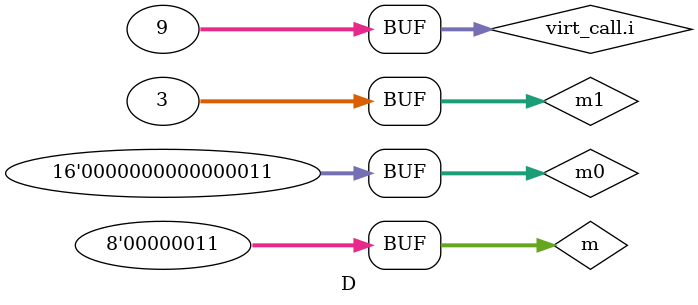
<source format=sv>

module B_top // "b_mod"
(
);


//------------------------------------------------------------------------------
// Child module instances

C c_mod
(

);

D d_mod
(

);

endmodule



//==============================================================================
//
// Module: C (test_virtual3.cpp:71:5)
//
module C // "b_mod.c_mod"
(
);

// Variables generated for SystemC signals

//------------------------------------------------------------------------------
// Method process: virt_call (test_virtual3.cpp:30:5) 

// Process-local variables
logic signed [15:0] m0;

always_comb 
begin : virt_call     // test_virtual3.cpp:30:5
    // Call f() begin
    m0 = 3'sd2;
    // Call f() end
end

endmodule



//==============================================================================
//
// Module: D (test_virtual3.cpp:72:5)
//
module D // "b_mod.d_mod"
(
);

// Variables generated for SystemC signals

//------------------------------------------------------------------------------
// Method process: virt_call (test_virtual3.cpp:30:5) 

// Process-local variables
logic signed [31:0] m1;
logic signed [15:0] m0;
logic signed [7:0] m;

always_comb 
begin : virt_call     // test_virtual3.cpp:30:5
    integer i;
    // Call f() begin
    m1 = 3;
    m0 = 3'sd3;
    m = 3'sd3;
    i = m1 + m0 + m;
    // Call f() end
end

endmodule



</source>
